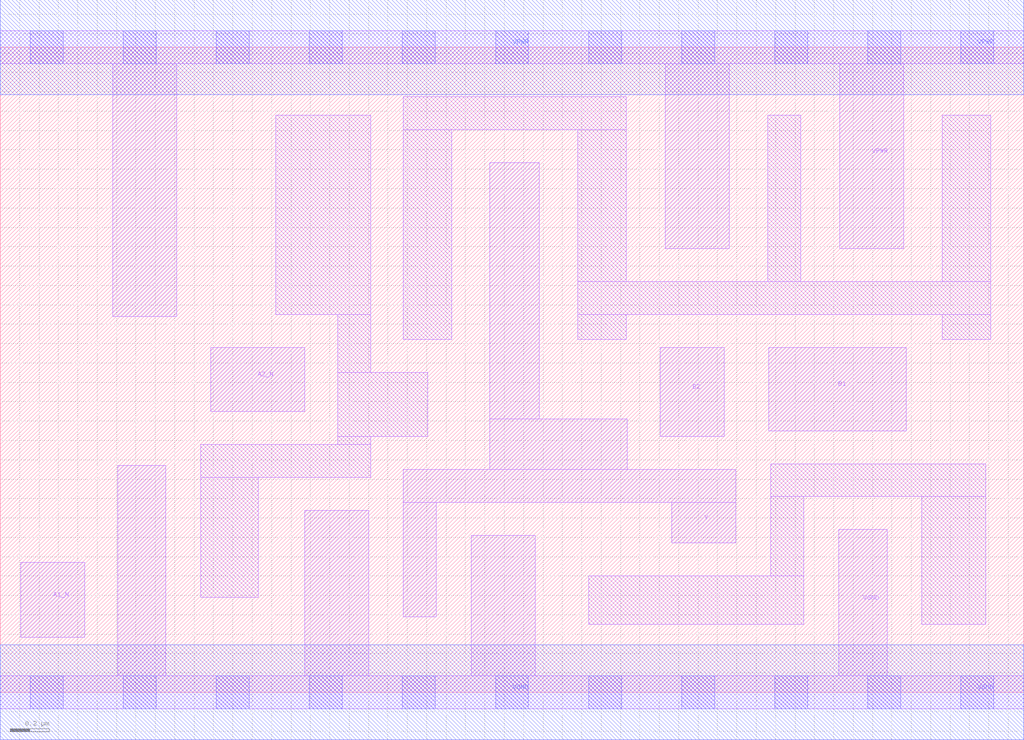
<source format=lef>
# Copyright 2020 The SkyWater PDK Authors
#
# Licensed under the Apache License, Version 2.0 (the "License");
# you may not use this file except in compliance with the License.
# You may obtain a copy of the License at
#
#     https://www.apache.org/licenses/LICENSE-2.0
#
# Unless required by applicable law or agreed to in writing, software
# distributed under the License is distributed on an "AS IS" BASIS,
# WITHOUT WARRANTIES OR CONDITIONS OF ANY KIND, either express or implied.
# See the License for the specific language governing permissions and
# limitations under the License.
#
# SPDX-License-Identifier: Apache-2.0

VERSION 5.7 ;
  NAMESCASESENSITIVE ON ;
  NOWIREEXTENSIONATPIN ON ;
  DIVIDERCHAR "/" ;
  BUSBITCHARS "[]" ;
UNITS
  DATABASE MICRONS 200 ;
END UNITS
MACRO sky130_fd_sc_ls__a2bb2oi_2
  CLASS CORE ;
  SOURCE USER ;
  FOREIGN sky130_fd_sc_ls__a2bb2oi_2 ;
  ORIGIN  0.000000  0.000000 ;
  SIZE  5.280000 BY  3.330000 ;
  SYMMETRY X Y ;
  SITE unit ;
  PIN A1_N
    ANTENNAGATEAREA  0.246000 ;
    DIRECTION INPUT ;
    USE SIGNAL ;
    PORT
      LAYER li1 ;
        RECT 0.105000 0.285000 0.435000 0.670000 ;
    END
  END A1_N
  PIN A2_N
    ANTENNAGATEAREA  0.246000 ;
    DIRECTION INPUT ;
    USE SIGNAL ;
    PORT
      LAYER li1 ;
        RECT 1.085000 1.450000 1.570000 1.780000 ;
    END
  END A2_N
  PIN B1
    ANTENNAGATEAREA  0.558000 ;
    DIRECTION INPUT ;
    USE SIGNAL ;
    PORT
      LAYER li1 ;
        RECT 3.965000 1.350000 4.675000 1.780000 ;
    END
  END B1
  PIN B2
    ANTENNAGATEAREA  0.558000 ;
    DIRECTION INPUT ;
    USE SIGNAL ;
    PORT
      LAYER li1 ;
        RECT 3.405000 1.320000 3.735000 1.780000 ;
    END
  END B2
  PIN Y
    ANTENNADIFFAREA  0.750400 ;
    DIRECTION OUTPUT ;
    USE SIGNAL ;
    PORT
      LAYER li1 ;
        RECT 2.080000 0.390000 2.250000 0.980000 ;
        RECT 2.080000 0.980000 3.795000 1.150000 ;
        RECT 2.525000 1.150000 3.235000 1.410000 ;
        RECT 2.525000 1.410000 2.780000 2.735000 ;
        RECT 3.465000 0.770000 3.795000 0.980000 ;
    END
  END Y
  PIN VGND
    DIRECTION INOUT ;
    SHAPE ABUTMENT ;
    USE GROUND ;
    PORT
      LAYER li1 ;
        RECT 0.000000 -0.085000 5.280000 0.085000 ;
        RECT 0.605000  0.085000 0.855000 1.170000 ;
        RECT 1.570000  0.085000 1.900000 0.940000 ;
        RECT 2.430000  0.085000 2.760000 0.810000 ;
        RECT 4.325000  0.085000 4.575000 0.840000 ;
      LAYER mcon ;
        RECT 0.155000 -0.085000 0.325000 0.085000 ;
        RECT 0.635000 -0.085000 0.805000 0.085000 ;
        RECT 1.115000 -0.085000 1.285000 0.085000 ;
        RECT 1.595000 -0.085000 1.765000 0.085000 ;
        RECT 2.075000 -0.085000 2.245000 0.085000 ;
        RECT 2.555000 -0.085000 2.725000 0.085000 ;
        RECT 3.035000 -0.085000 3.205000 0.085000 ;
        RECT 3.515000 -0.085000 3.685000 0.085000 ;
        RECT 3.995000 -0.085000 4.165000 0.085000 ;
        RECT 4.475000 -0.085000 4.645000 0.085000 ;
        RECT 4.955000 -0.085000 5.125000 0.085000 ;
      LAYER met1 ;
        RECT 0.000000 -0.245000 5.280000 0.245000 ;
    END
  END VGND
  PIN VPWR
    DIRECTION INOUT ;
    SHAPE ABUTMENT ;
    USE POWER ;
    PORT
      LAYER li1 ;
        RECT 0.000000 3.245000 5.280000 3.415000 ;
        RECT 0.580000 1.940000 0.910000 3.245000 ;
        RECT 3.430000 2.290000 3.760000 3.245000 ;
        RECT 4.330000 2.290000 4.660000 3.245000 ;
      LAYER mcon ;
        RECT 0.155000 3.245000 0.325000 3.415000 ;
        RECT 0.635000 3.245000 0.805000 3.415000 ;
        RECT 1.115000 3.245000 1.285000 3.415000 ;
        RECT 1.595000 3.245000 1.765000 3.415000 ;
        RECT 2.075000 3.245000 2.245000 3.415000 ;
        RECT 2.555000 3.245000 2.725000 3.415000 ;
        RECT 3.035000 3.245000 3.205000 3.415000 ;
        RECT 3.515000 3.245000 3.685000 3.415000 ;
        RECT 3.995000 3.245000 4.165000 3.415000 ;
        RECT 4.475000 3.245000 4.645000 3.415000 ;
        RECT 4.955000 3.245000 5.125000 3.415000 ;
      LAYER met1 ;
        RECT 0.000000 3.085000 5.280000 3.575000 ;
    END
  END VPWR
  OBS
    LAYER li1 ;
      RECT 1.035000 0.490000 1.330000 1.110000 ;
      RECT 1.035000 1.110000 1.910000 1.280000 ;
      RECT 1.420000 1.950000 1.910000 2.980000 ;
      RECT 1.740000 1.280000 1.910000 1.320000 ;
      RECT 1.740000 1.320000 2.205000 1.650000 ;
      RECT 1.740000 1.650000 1.910000 1.950000 ;
      RECT 2.080000 1.820000 2.330000 2.905000 ;
      RECT 2.080000 2.905000 3.230000 3.075000 ;
      RECT 2.980000 1.820000 3.230000 1.950000 ;
      RECT 2.980000 1.950000 5.110000 2.120000 ;
      RECT 2.980000 2.120000 3.230000 2.905000 ;
      RECT 3.035000 0.350000 4.145000 0.600000 ;
      RECT 3.960000 2.120000 4.130000 2.980000 ;
      RECT 3.975000 0.600000 4.145000 1.010000 ;
      RECT 3.975000 1.010000 5.085000 1.180000 ;
      RECT 4.755000 0.350000 5.085000 1.010000 ;
      RECT 4.860000 1.820000 5.110000 1.950000 ;
      RECT 4.860000 2.120000 5.110000 2.980000 ;
  END
END sky130_fd_sc_ls__a2bb2oi_2

</source>
